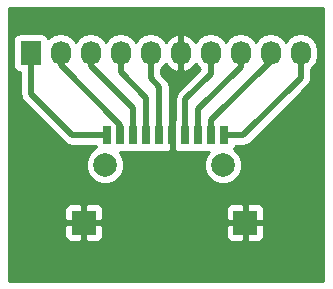
<source format=gbr>
G04 #@! TF.FileFunction,Copper,L1,Top,Signal*
%FSLAX46Y46*%
G04 Gerber Fmt 4.6, Leading zero omitted, Abs format (unit mm)*
G04 Created by KiCad (PCBNEW 4.0.2-stable) date Sa 25 Jun 2016 17:10:41 CEST*
%MOMM*%
G01*
G04 APERTURE LIST*
%ADD10C,0.100000*%
%ADD11R,0.700000X1.500000*%
%ADD12C,2.000000*%
%ADD13R,2.000000X2.000000*%
%ADD14R,1.727200X2.032000*%
%ADD15O,1.727200X2.032000*%
%ADD16C,0.500000*%
%ADD17C,0.254000*%
G04 APERTURE END LIST*
D10*
D11*
X9001100Y12996400D03*
X10101100Y12996400D03*
X11201100Y12996400D03*
X12301100Y12996400D03*
X13401100Y12996400D03*
X15601100Y12996400D03*
X16701100Y12996400D03*
X17801100Y12996400D03*
X18901100Y12996400D03*
D12*
X8801100Y10516400D03*
X18801100Y10516400D03*
D13*
X7001100Y5626400D03*
X20661100Y5626400D03*
D11*
X14501100Y12996400D03*
D14*
X2500000Y20000000D03*
D15*
X5040000Y20000000D03*
X7580000Y20000000D03*
X10120000Y20000000D03*
X12660000Y20000000D03*
X15200000Y20000000D03*
X17740000Y20000000D03*
X20280000Y20000000D03*
X22820000Y20000000D03*
X25360000Y20000000D03*
D16*
X9001100Y12996400D02*
X6003600Y12996400D01*
X2500000Y16500000D02*
X2500000Y20000000D01*
X6003600Y12996400D02*
X2500000Y16500000D01*
X10101100Y12996400D02*
X10101100Y13898900D01*
X5040000Y18960000D02*
X5040000Y20000000D01*
X10101100Y13898900D02*
X5040000Y18960000D01*
X11201100Y14298900D02*
X11201100Y15298900D01*
X7580000Y18920000D02*
X7580000Y20000000D01*
X11201100Y15298900D02*
X7580000Y18920000D01*
X11201100Y12996400D02*
X11201100Y14298900D01*
X12301100Y15500000D02*
X12301100Y16198900D01*
X10120000Y18380000D02*
X10120000Y20000000D01*
X12301100Y16198900D02*
X10120000Y18380000D01*
X12301100Y12996400D02*
X12301100Y15500000D01*
X13401100Y12996400D02*
X13401100Y17098900D01*
X12660000Y17840000D02*
X12660000Y20000000D01*
X13401100Y17098900D02*
X12660000Y17840000D01*
X15601100Y15601100D02*
X15601100Y16101100D01*
X15601100Y16101100D02*
X17740000Y18240000D01*
X15601100Y12996400D02*
X15601100Y15601100D01*
X17740000Y18240000D02*
X17740000Y20000000D01*
X16701100Y12996400D02*
X16701100Y15201100D01*
X20280000Y18780000D02*
X20280000Y20000000D01*
X16701100Y15201100D02*
X20280000Y18780000D01*
X17801100Y12996400D02*
X17801100Y14301100D01*
X17801100Y14301100D02*
X22820000Y19320000D01*
X22820000Y19320000D02*
X22820000Y20000000D01*
X18901100Y12996400D02*
X20496400Y12996400D01*
X25360000Y17860000D02*
X25360000Y20000000D01*
X20496400Y12996400D02*
X25360000Y17860000D01*
X14501100Y12996400D02*
X14501100Y17001100D01*
X15200000Y17700000D02*
X15200000Y20000000D01*
X14501100Y17001100D02*
X15200000Y17700000D01*
D17*
G36*
X27290000Y710000D02*
X710000Y710000D01*
X710000Y5340650D01*
X5366100Y5340650D01*
X5366100Y4500090D01*
X5462773Y4266701D01*
X5641402Y4088073D01*
X5874791Y3991400D01*
X6715350Y3991400D01*
X6874100Y4150150D01*
X6874100Y5499400D01*
X7128100Y5499400D01*
X7128100Y4150150D01*
X7286850Y3991400D01*
X8127409Y3991400D01*
X8360798Y4088073D01*
X8539427Y4266701D01*
X8636100Y4500090D01*
X8636100Y5340650D01*
X19026100Y5340650D01*
X19026100Y4500090D01*
X19122773Y4266701D01*
X19301402Y4088073D01*
X19534791Y3991400D01*
X20375350Y3991400D01*
X20534100Y4150150D01*
X20534100Y5499400D01*
X20788100Y5499400D01*
X20788100Y4150150D01*
X20946850Y3991400D01*
X21787409Y3991400D01*
X22020798Y4088073D01*
X22199427Y4266701D01*
X22296100Y4500090D01*
X22296100Y5340650D01*
X22137350Y5499400D01*
X20788100Y5499400D01*
X20534100Y5499400D01*
X19184850Y5499400D01*
X19026100Y5340650D01*
X8636100Y5340650D01*
X8477350Y5499400D01*
X7128100Y5499400D01*
X6874100Y5499400D01*
X5524850Y5499400D01*
X5366100Y5340650D01*
X710000Y5340650D01*
X710000Y6752710D01*
X5366100Y6752710D01*
X5366100Y5912150D01*
X5524850Y5753400D01*
X6874100Y5753400D01*
X6874100Y7102650D01*
X7128100Y7102650D01*
X7128100Y5753400D01*
X8477350Y5753400D01*
X8636100Y5912150D01*
X8636100Y6752710D01*
X19026100Y6752710D01*
X19026100Y5912150D01*
X19184850Y5753400D01*
X20534100Y5753400D01*
X20534100Y7102650D01*
X20788100Y7102650D01*
X20788100Y5753400D01*
X22137350Y5753400D01*
X22296100Y5912150D01*
X22296100Y6752710D01*
X22199427Y6986099D01*
X22020798Y7164727D01*
X21787409Y7261400D01*
X20946850Y7261400D01*
X20788100Y7102650D01*
X20534100Y7102650D01*
X20375350Y7261400D01*
X19534791Y7261400D01*
X19301402Y7164727D01*
X19122773Y6986099D01*
X19026100Y6752710D01*
X8636100Y6752710D01*
X8539427Y6986099D01*
X8360798Y7164727D01*
X8127409Y7261400D01*
X7286850Y7261400D01*
X7128100Y7102650D01*
X6874100Y7102650D01*
X6715350Y7261400D01*
X5874791Y7261400D01*
X5641402Y7164727D01*
X5462773Y6986099D01*
X5366100Y6752710D01*
X710000Y6752710D01*
X710000Y21016000D01*
X988960Y21016000D01*
X988960Y18984000D01*
X1033238Y18748683D01*
X1172310Y18532559D01*
X1384510Y18387569D01*
X1615000Y18340894D01*
X1615000Y16500005D01*
X1614999Y16500000D01*
X1651275Y16317633D01*
X1682367Y16161325D01*
X1830401Y15939775D01*
X1874210Y15874210D01*
X5377808Y12370613D01*
X5377810Y12370610D01*
X5664925Y12178767D01*
X5721116Y12167590D01*
X6003600Y12111399D01*
X6003605Y12111400D01*
X8029062Y12111400D01*
X8047938Y12011083D01*
X8066650Y11982004D01*
X7876157Y11903294D01*
X7415822Y11443763D01*
X7166384Y10843048D01*
X7165816Y10192605D01*
X7414206Y9591457D01*
X7873737Y9131122D01*
X8474452Y8881684D01*
X9124895Y8881116D01*
X9726043Y9129506D01*
X10186378Y9589037D01*
X10435816Y10189752D01*
X10436384Y10840195D01*
X10187994Y11441343D01*
X10030652Y11598960D01*
X10451100Y11598960D01*
X10658442Y11637974D01*
X10851100Y11598960D01*
X11551100Y11598960D01*
X11758442Y11637974D01*
X11951100Y11598960D01*
X12651100Y11598960D01*
X12858442Y11637974D01*
X13051100Y11598960D01*
X13751100Y11598960D01*
X13959950Y11638258D01*
X14024791Y11611400D01*
X14215350Y11611400D01*
X14374100Y11770150D01*
X14374100Y12125712D01*
X14398540Y12246400D01*
X14398540Y13746400D01*
X14603660Y13746400D01*
X14603660Y12246400D01*
X14628100Y12116513D01*
X14628100Y11770150D01*
X14786850Y11611400D01*
X14977409Y11611400D01*
X15047107Y11640270D01*
X15251100Y11598960D01*
X15951100Y11598960D01*
X16158442Y11637974D01*
X16351100Y11598960D01*
X17051100Y11598960D01*
X17258442Y11637974D01*
X17451100Y11598960D01*
X17571291Y11598960D01*
X17415822Y11443763D01*
X17166384Y10843048D01*
X17165816Y10192605D01*
X17414206Y9591457D01*
X17873737Y9131122D01*
X18474452Y8881684D01*
X19124895Y8881116D01*
X19726043Y9129506D01*
X20186378Y9589037D01*
X20435816Y10189752D01*
X20436384Y10840195D01*
X20187994Y11441343D01*
X19761493Y11868590D01*
X19847531Y11994510D01*
X19871202Y12111400D01*
X20496395Y12111400D01*
X20496400Y12111399D01*
X20778884Y12167590D01*
X20835075Y12178767D01*
X21122190Y12370610D01*
X25985787Y17234208D01*
X25985790Y17234210D01*
X26177633Y17521325D01*
X26218085Y17724689D01*
X26245001Y17860000D01*
X26245000Y17860005D01*
X26245000Y18638874D01*
X26419670Y18755585D01*
X26744526Y19241766D01*
X26858600Y19815255D01*
X26858600Y20184745D01*
X26744526Y20758234D01*
X26419670Y21244415D01*
X25933489Y21569271D01*
X25360000Y21683345D01*
X24786511Y21569271D01*
X24300330Y21244415D01*
X24090000Y20929634D01*
X23879670Y21244415D01*
X23393489Y21569271D01*
X22820000Y21683345D01*
X22246511Y21569271D01*
X21760330Y21244415D01*
X21550000Y20929634D01*
X21339670Y21244415D01*
X20853489Y21569271D01*
X20280000Y21683345D01*
X19706511Y21569271D01*
X19220330Y21244415D01*
X19010000Y20929634D01*
X18799670Y21244415D01*
X18313489Y21569271D01*
X17740000Y21683345D01*
X17166511Y21569271D01*
X16680330Y21244415D01*
X16473539Y20934931D01*
X16102036Y21350732D01*
X15574791Y21604709D01*
X15559026Y21607358D01*
X15327000Y21486217D01*
X15327000Y20127000D01*
X15347000Y20127000D01*
X15347000Y19873000D01*
X15327000Y19873000D01*
X15327000Y18513783D01*
X15559026Y18392642D01*
X15574791Y18395291D01*
X16102036Y18649268D01*
X16473539Y19065069D01*
X16680330Y18755585D01*
X16855000Y18638874D01*
X16855000Y18606579D01*
X14975310Y16726890D01*
X14783467Y16439775D01*
X14772572Y16385000D01*
X14716099Y16101100D01*
X14716100Y16101095D01*
X14716100Y14310650D01*
X14628100Y14222650D01*
X14628100Y13867088D01*
X14603660Y13746400D01*
X14398540Y13746400D01*
X14374100Y13876287D01*
X14374100Y14222650D01*
X14286100Y14310650D01*
X14286100Y17098895D01*
X14286101Y17098900D01*
X14218733Y17437574D01*
X14218733Y17437575D01*
X14026890Y17724690D01*
X14026887Y17724692D01*
X13545000Y18206580D01*
X13545000Y18638874D01*
X13719670Y18755585D01*
X13926461Y19065069D01*
X14297964Y18649268D01*
X14825209Y18395291D01*
X14840974Y18392642D01*
X15073000Y18513783D01*
X15073000Y19873000D01*
X15053000Y19873000D01*
X15053000Y20127000D01*
X15073000Y20127000D01*
X15073000Y21486217D01*
X14840974Y21607358D01*
X14825209Y21604709D01*
X14297964Y21350732D01*
X13926461Y20934931D01*
X13719670Y21244415D01*
X13233489Y21569271D01*
X12660000Y21683345D01*
X12086511Y21569271D01*
X11600330Y21244415D01*
X11390000Y20929634D01*
X11179670Y21244415D01*
X10693489Y21569271D01*
X10120000Y21683345D01*
X9546511Y21569271D01*
X9060330Y21244415D01*
X8850000Y20929634D01*
X8639670Y21244415D01*
X8153489Y21569271D01*
X7580000Y21683345D01*
X7006511Y21569271D01*
X6520330Y21244415D01*
X6310000Y20929634D01*
X6099670Y21244415D01*
X5613489Y21569271D01*
X5040000Y21683345D01*
X4466511Y21569271D01*
X3980330Y21244415D01*
X3970757Y21230087D01*
X3966762Y21251317D01*
X3827690Y21467441D01*
X3615490Y21612431D01*
X3363600Y21663440D01*
X1636400Y21663440D01*
X1401083Y21619162D01*
X1184959Y21480090D01*
X1039969Y21267890D01*
X988960Y21016000D01*
X710000Y21016000D01*
X710000Y23790000D01*
X27290000Y23790000D01*
X27290000Y710000D01*
X27290000Y710000D01*
G37*
X27290000Y710000D02*
X710000Y710000D01*
X710000Y5340650D01*
X5366100Y5340650D01*
X5366100Y4500090D01*
X5462773Y4266701D01*
X5641402Y4088073D01*
X5874791Y3991400D01*
X6715350Y3991400D01*
X6874100Y4150150D01*
X6874100Y5499400D01*
X7128100Y5499400D01*
X7128100Y4150150D01*
X7286850Y3991400D01*
X8127409Y3991400D01*
X8360798Y4088073D01*
X8539427Y4266701D01*
X8636100Y4500090D01*
X8636100Y5340650D01*
X19026100Y5340650D01*
X19026100Y4500090D01*
X19122773Y4266701D01*
X19301402Y4088073D01*
X19534791Y3991400D01*
X20375350Y3991400D01*
X20534100Y4150150D01*
X20534100Y5499400D01*
X20788100Y5499400D01*
X20788100Y4150150D01*
X20946850Y3991400D01*
X21787409Y3991400D01*
X22020798Y4088073D01*
X22199427Y4266701D01*
X22296100Y4500090D01*
X22296100Y5340650D01*
X22137350Y5499400D01*
X20788100Y5499400D01*
X20534100Y5499400D01*
X19184850Y5499400D01*
X19026100Y5340650D01*
X8636100Y5340650D01*
X8477350Y5499400D01*
X7128100Y5499400D01*
X6874100Y5499400D01*
X5524850Y5499400D01*
X5366100Y5340650D01*
X710000Y5340650D01*
X710000Y6752710D01*
X5366100Y6752710D01*
X5366100Y5912150D01*
X5524850Y5753400D01*
X6874100Y5753400D01*
X6874100Y7102650D01*
X7128100Y7102650D01*
X7128100Y5753400D01*
X8477350Y5753400D01*
X8636100Y5912150D01*
X8636100Y6752710D01*
X19026100Y6752710D01*
X19026100Y5912150D01*
X19184850Y5753400D01*
X20534100Y5753400D01*
X20534100Y7102650D01*
X20788100Y7102650D01*
X20788100Y5753400D01*
X22137350Y5753400D01*
X22296100Y5912150D01*
X22296100Y6752710D01*
X22199427Y6986099D01*
X22020798Y7164727D01*
X21787409Y7261400D01*
X20946850Y7261400D01*
X20788100Y7102650D01*
X20534100Y7102650D01*
X20375350Y7261400D01*
X19534791Y7261400D01*
X19301402Y7164727D01*
X19122773Y6986099D01*
X19026100Y6752710D01*
X8636100Y6752710D01*
X8539427Y6986099D01*
X8360798Y7164727D01*
X8127409Y7261400D01*
X7286850Y7261400D01*
X7128100Y7102650D01*
X6874100Y7102650D01*
X6715350Y7261400D01*
X5874791Y7261400D01*
X5641402Y7164727D01*
X5462773Y6986099D01*
X5366100Y6752710D01*
X710000Y6752710D01*
X710000Y21016000D01*
X988960Y21016000D01*
X988960Y18984000D01*
X1033238Y18748683D01*
X1172310Y18532559D01*
X1384510Y18387569D01*
X1615000Y18340894D01*
X1615000Y16500005D01*
X1614999Y16500000D01*
X1651275Y16317633D01*
X1682367Y16161325D01*
X1830401Y15939775D01*
X1874210Y15874210D01*
X5377808Y12370613D01*
X5377810Y12370610D01*
X5664925Y12178767D01*
X5721116Y12167590D01*
X6003600Y12111399D01*
X6003605Y12111400D01*
X8029062Y12111400D01*
X8047938Y12011083D01*
X8066650Y11982004D01*
X7876157Y11903294D01*
X7415822Y11443763D01*
X7166384Y10843048D01*
X7165816Y10192605D01*
X7414206Y9591457D01*
X7873737Y9131122D01*
X8474452Y8881684D01*
X9124895Y8881116D01*
X9726043Y9129506D01*
X10186378Y9589037D01*
X10435816Y10189752D01*
X10436384Y10840195D01*
X10187994Y11441343D01*
X10030652Y11598960D01*
X10451100Y11598960D01*
X10658442Y11637974D01*
X10851100Y11598960D01*
X11551100Y11598960D01*
X11758442Y11637974D01*
X11951100Y11598960D01*
X12651100Y11598960D01*
X12858442Y11637974D01*
X13051100Y11598960D01*
X13751100Y11598960D01*
X13959950Y11638258D01*
X14024791Y11611400D01*
X14215350Y11611400D01*
X14374100Y11770150D01*
X14374100Y12125712D01*
X14398540Y12246400D01*
X14398540Y13746400D01*
X14603660Y13746400D01*
X14603660Y12246400D01*
X14628100Y12116513D01*
X14628100Y11770150D01*
X14786850Y11611400D01*
X14977409Y11611400D01*
X15047107Y11640270D01*
X15251100Y11598960D01*
X15951100Y11598960D01*
X16158442Y11637974D01*
X16351100Y11598960D01*
X17051100Y11598960D01*
X17258442Y11637974D01*
X17451100Y11598960D01*
X17571291Y11598960D01*
X17415822Y11443763D01*
X17166384Y10843048D01*
X17165816Y10192605D01*
X17414206Y9591457D01*
X17873737Y9131122D01*
X18474452Y8881684D01*
X19124895Y8881116D01*
X19726043Y9129506D01*
X20186378Y9589037D01*
X20435816Y10189752D01*
X20436384Y10840195D01*
X20187994Y11441343D01*
X19761493Y11868590D01*
X19847531Y11994510D01*
X19871202Y12111400D01*
X20496395Y12111400D01*
X20496400Y12111399D01*
X20778884Y12167590D01*
X20835075Y12178767D01*
X21122190Y12370610D01*
X25985787Y17234208D01*
X25985790Y17234210D01*
X26177633Y17521325D01*
X26218085Y17724689D01*
X26245001Y17860000D01*
X26245000Y17860005D01*
X26245000Y18638874D01*
X26419670Y18755585D01*
X26744526Y19241766D01*
X26858600Y19815255D01*
X26858600Y20184745D01*
X26744526Y20758234D01*
X26419670Y21244415D01*
X25933489Y21569271D01*
X25360000Y21683345D01*
X24786511Y21569271D01*
X24300330Y21244415D01*
X24090000Y20929634D01*
X23879670Y21244415D01*
X23393489Y21569271D01*
X22820000Y21683345D01*
X22246511Y21569271D01*
X21760330Y21244415D01*
X21550000Y20929634D01*
X21339670Y21244415D01*
X20853489Y21569271D01*
X20280000Y21683345D01*
X19706511Y21569271D01*
X19220330Y21244415D01*
X19010000Y20929634D01*
X18799670Y21244415D01*
X18313489Y21569271D01*
X17740000Y21683345D01*
X17166511Y21569271D01*
X16680330Y21244415D01*
X16473539Y20934931D01*
X16102036Y21350732D01*
X15574791Y21604709D01*
X15559026Y21607358D01*
X15327000Y21486217D01*
X15327000Y20127000D01*
X15347000Y20127000D01*
X15347000Y19873000D01*
X15327000Y19873000D01*
X15327000Y18513783D01*
X15559026Y18392642D01*
X15574791Y18395291D01*
X16102036Y18649268D01*
X16473539Y19065069D01*
X16680330Y18755585D01*
X16855000Y18638874D01*
X16855000Y18606579D01*
X14975310Y16726890D01*
X14783467Y16439775D01*
X14772572Y16385000D01*
X14716099Y16101100D01*
X14716100Y16101095D01*
X14716100Y14310650D01*
X14628100Y14222650D01*
X14628100Y13867088D01*
X14603660Y13746400D01*
X14398540Y13746400D01*
X14374100Y13876287D01*
X14374100Y14222650D01*
X14286100Y14310650D01*
X14286100Y17098895D01*
X14286101Y17098900D01*
X14218733Y17437574D01*
X14218733Y17437575D01*
X14026890Y17724690D01*
X14026887Y17724692D01*
X13545000Y18206580D01*
X13545000Y18638874D01*
X13719670Y18755585D01*
X13926461Y19065069D01*
X14297964Y18649268D01*
X14825209Y18395291D01*
X14840974Y18392642D01*
X15073000Y18513783D01*
X15073000Y19873000D01*
X15053000Y19873000D01*
X15053000Y20127000D01*
X15073000Y20127000D01*
X15073000Y21486217D01*
X14840974Y21607358D01*
X14825209Y21604709D01*
X14297964Y21350732D01*
X13926461Y20934931D01*
X13719670Y21244415D01*
X13233489Y21569271D01*
X12660000Y21683345D01*
X12086511Y21569271D01*
X11600330Y21244415D01*
X11390000Y20929634D01*
X11179670Y21244415D01*
X10693489Y21569271D01*
X10120000Y21683345D01*
X9546511Y21569271D01*
X9060330Y21244415D01*
X8850000Y20929634D01*
X8639670Y21244415D01*
X8153489Y21569271D01*
X7580000Y21683345D01*
X7006511Y21569271D01*
X6520330Y21244415D01*
X6310000Y20929634D01*
X6099670Y21244415D01*
X5613489Y21569271D01*
X5040000Y21683345D01*
X4466511Y21569271D01*
X3980330Y21244415D01*
X3970757Y21230087D01*
X3966762Y21251317D01*
X3827690Y21467441D01*
X3615490Y21612431D01*
X3363600Y21663440D01*
X1636400Y21663440D01*
X1401083Y21619162D01*
X1184959Y21480090D01*
X1039969Y21267890D01*
X988960Y21016000D01*
X710000Y21016000D01*
X710000Y23790000D01*
X27290000Y23790000D01*
X27290000Y710000D01*
M02*

</source>
